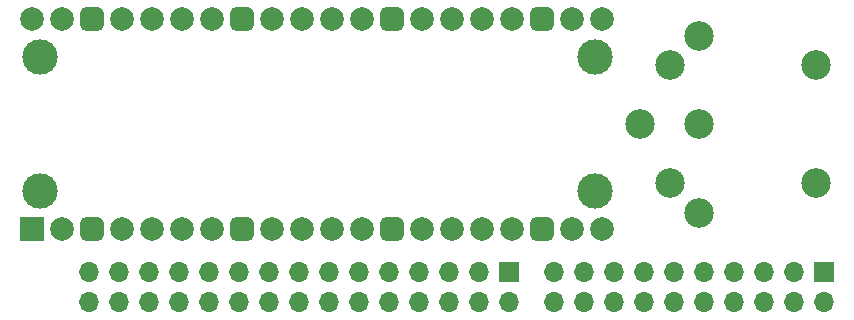
<source format=gbr>
%TF.GenerationSoftware,KiCad,Pcbnew,8.0.5*%
%TF.CreationDate,2025-05-13T06:25:59+01:00*%
%TF.ProjectId,pico1541 v0.1,7069636f-3135-4343-9120-76302e312e6b,rev?*%
%TF.SameCoordinates,Original*%
%TF.FileFunction,Soldermask,Bot*%
%TF.FilePolarity,Negative*%
%FSLAX46Y46*%
G04 Gerber Fmt 4.6, Leading zero omitted, Abs format (unit mm)*
G04 Created by KiCad (PCBNEW 8.0.5) date 2025-05-13 06:25:59*
%MOMM*%
%LPD*%
G01*
G04 APERTURE LIST*
G04 Aperture macros list*
%AMRoundRect*
0 Rectangle with rounded corners*
0 $1 Rounding radius*
0 $2 $3 $4 $5 $6 $7 $8 $9 X,Y pos of 4 corners*
0 Add a 4 corners polygon primitive as box body*
4,1,4,$2,$3,$4,$5,$6,$7,$8,$9,$2,$3,0*
0 Add four circle primitives for the rounded corners*
1,1,$1+$1,$2,$3*
1,1,$1+$1,$4,$5*
1,1,$1+$1,$6,$7*
1,1,$1+$1,$8,$9*
0 Add four rect primitives between the rounded corners*
20,1,$1+$1,$2,$3,$4,$5,0*
20,1,$1+$1,$4,$5,$6,$7,0*
20,1,$1+$1,$6,$7,$8,$9,0*
20,1,$1+$1,$8,$9,$2,$3,0*%
G04 Aperture macros list end*
%ADD10R,1.700000X1.700000*%
%ADD11O,1.700000X1.700000*%
%ADD12C,3.000000*%
%ADD13R,2.000000X2.000000*%
%ADD14C,2.000000*%
%ADD15RoundRect,0.500000X-0.500000X-0.500000X0.500000X-0.500000X0.500000X0.500000X-0.500000X0.500000X0*%
%ADD16C,2.500000*%
G04 APERTURE END LIST*
D10*
%TO.C,J6*%
X163195000Y-95859600D03*
D11*
X163195000Y-98399600D03*
X160655000Y-95859600D03*
X160655000Y-98399600D03*
X158115000Y-95859600D03*
X158115000Y-98399600D03*
X155575000Y-95859600D03*
X155575000Y-98399600D03*
X153035000Y-95859600D03*
X153035000Y-98399600D03*
X150495000Y-95859600D03*
X150495000Y-98399600D03*
X147955000Y-95859600D03*
X147955000Y-98399600D03*
X145415000Y-95859600D03*
X145415000Y-98399600D03*
X142875000Y-95859600D03*
X142875000Y-98399600D03*
X140335000Y-95859600D03*
X140335000Y-98399600D03*
X137795000Y-95859600D03*
X137795000Y-98399600D03*
X135255000Y-95859600D03*
X135255000Y-98399600D03*
X132715000Y-95859600D03*
X132715000Y-98399600D03*
X130175000Y-95859600D03*
X130175000Y-98399600D03*
X127635000Y-95859600D03*
X127635000Y-98399600D03*
%TD*%
D12*
%TO.C,U1*%
X123446000Y-77605000D03*
X123446000Y-89005000D03*
X170446000Y-77605000D03*
X170446000Y-89005000D03*
D13*
X122816000Y-92195000D03*
D14*
X125356000Y-92195000D03*
D15*
X127896000Y-92195000D03*
D14*
X130436000Y-92195000D03*
X132976000Y-92195000D03*
X135516000Y-92195000D03*
X138056000Y-92195000D03*
D15*
X140596000Y-92195000D03*
D14*
X143136000Y-92195000D03*
X145676000Y-92195000D03*
X148216000Y-92195000D03*
X150756000Y-92195000D03*
D15*
X153296000Y-92195000D03*
D14*
X155836000Y-92195000D03*
X158376000Y-92195000D03*
X160916000Y-92195000D03*
X163456000Y-92195000D03*
D15*
X165996000Y-92195000D03*
D14*
X168536000Y-92195000D03*
X171076000Y-92195000D03*
X171076000Y-74415000D03*
X168536000Y-74415000D03*
D15*
X165996000Y-74415000D03*
D14*
X163456000Y-74415000D03*
X160916000Y-74415000D03*
X158376000Y-74415000D03*
X155836000Y-74415000D03*
D15*
X153296000Y-74415000D03*
D14*
X150756000Y-74415000D03*
X148216000Y-74415000D03*
X145676000Y-74415000D03*
X143136000Y-74415000D03*
D15*
X140596000Y-74415000D03*
D14*
X138056000Y-74415000D03*
X135516000Y-74415000D03*
X132976000Y-74415000D03*
X130436000Y-74415000D03*
D15*
X127896000Y-74415000D03*
D14*
X125356000Y-74415000D03*
X122816000Y-74415000D03*
%TD*%
D10*
%TO.C,J5*%
X189865000Y-95859600D03*
D11*
X189865000Y-98399600D03*
X187325000Y-95859600D03*
X187325000Y-98399600D03*
X184785000Y-95859600D03*
X184785000Y-98399600D03*
X182245000Y-95859600D03*
X182245000Y-98399600D03*
X179705000Y-95859600D03*
X179705000Y-98399600D03*
X177165000Y-95859600D03*
X177165000Y-98399600D03*
X174625000Y-95859600D03*
X174625000Y-98399600D03*
X172085000Y-95859600D03*
X172085000Y-98399600D03*
X169545000Y-95859600D03*
X169545000Y-98399600D03*
X167005000Y-95859600D03*
X167005000Y-98399600D03*
%TD*%
D16*
%TO.C,J4*%
X179295000Y-75812000D03*
X176795000Y-78312000D03*
X179295000Y-83312000D03*
X176795000Y-88312000D03*
X179295000Y-90812000D03*
X174295000Y-83312000D03*
X189195000Y-78312000D03*
X189195000Y-88312000D03*
%TD*%
M02*

</source>
